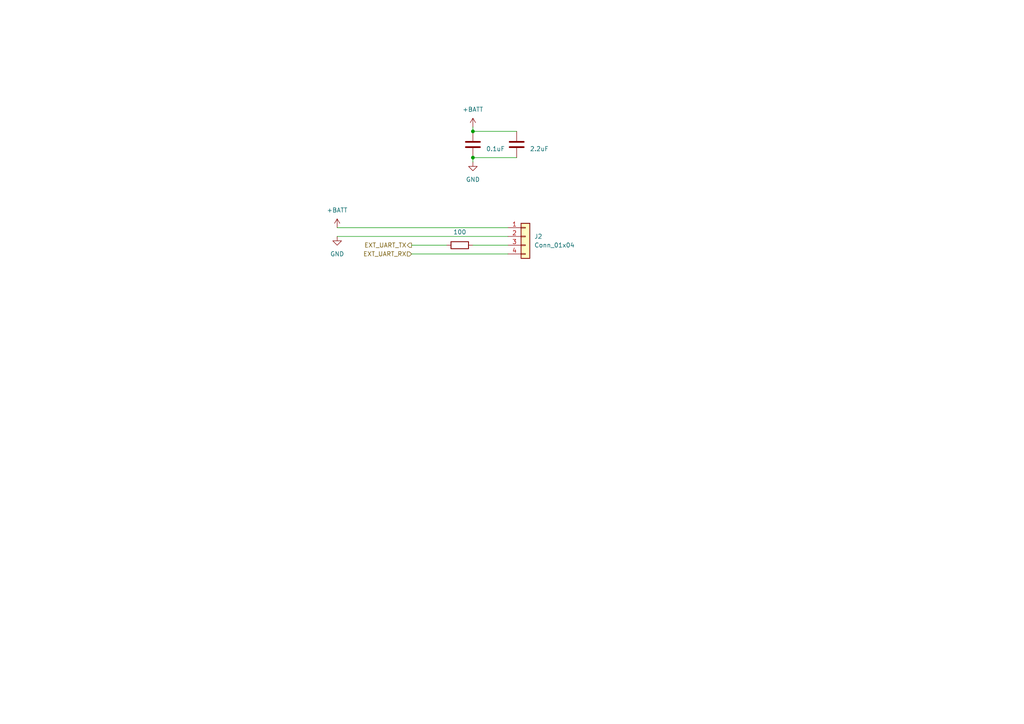
<source format=kicad_sch>
(kicad_sch (version 20230121) (generator eeschema)
  (paper "A4")
  (lib_symbols
    (symbol "Connector_Generic:Conn_01x04" (pin_names (offset 1.016) hide)
      (property "Reference" "J" (at 0 5.08 0))
      (property "Value" "Conn_01x04" (at 0 -7.62 0))
      (symbol "Conn_01x04_1_1"
        (rectangle (start -1.27 -4.953) (end 0 -5.207) (stroke (width 0.1524)))
        (rectangle (start -1.27 -2.413) (end 0 -2.667) (stroke (width 0.1524)))
        (rectangle (start -1.27 0.127) (end 0 -0.127) (stroke (width 0.1524)))
        (rectangle (start -1.27 2.667) (end 0 2.413) (stroke (width 0.1524)))
        (rectangle (start -1.27 3.81) (end 1.27 -6.35) (stroke (width 0.254)) (fill (type background)))
        (pin passive line (at -5.08 2.54 0) (length 3.81) (name "Pin_1") (number "1"))
        (pin passive line (at -5.08 0 0) (length 3.81) (name "Pin_2") (number "2"))
        (pin passive line (at -5.08 -2.54 0) (length 3.81) (name "Pin_3") (number "3"))
        (pin passive line (at -5.08 -5.08 0) (length 3.81) (name "Pin_4") (number "4"))
      )
    )
    (symbol "Device:C" (pin_numbers hide) (pin_names (offset 0.254))
      (property "Reference" "C" (at 0.635 2.54 0))
      (property "Value" "C" (at 0.635 -2.54 0))
      (symbol "C_0_1"
        (polyline (pts (xy -2.032 -0.762) (xy 2.032 -0.762)) (stroke (width 0.508)))
        (polyline (pts (xy -2.032 0.762) (xy 2.032 0.762)) (stroke (width 0.508)))
      )
      (symbol "C_1_1"
        (pin passive line (at 0 3.81 270) (length 2.794) (name "~") (number "1"))
        (pin passive line (at 0 -3.81 90) (length 2.794) (name "~") (number "2"))
      )
    )
    (symbol "Device:R" (pin_numbers hide) (pin_names (offset 0))
      (property "Reference" "R" (at 2.032 0 90))
      (property "Value" "R" (at 0 0 90))
      (symbol "R_0_1"
        (rectangle (start -1.016 -2.54) (end 1.016 2.54) (stroke (width 0.254)))
      )
      (symbol "R_1_1"
        (pin passive line (at 0 3.81 270) (length 1.27) (name "~") (number "1"))
        (pin passive line (at 0 -3.81 90) (length 1.27) (name "~") (number "2"))
      )
    )
    (symbol "power:+BATT" (power) (pin_names (offset 0))
      (property "Value" "+BATT" (at 0 3.556 0))
      (symbol "+BATT_0_1"
        (polyline (pts (xy -0.762 1.27) (xy 0 2.54)))
        (polyline (pts (xy 0 0) (xy 0 2.54)))
        (polyline (pts (xy 0 2.54) (xy 0.762 1.27)))
      )
      (symbol "+BATT_1_1"
        (pin power_in line (at 0 0 90) (length 0) hide (name "+BATT") (number "1"))
      )
    )
    (symbol "power:GND" (power) (pin_names (offset 0))
      (property "Value" "GND" (at 0 -3.81 0))
      (symbol "GND_0_1"
        (polyline (pts (xy 0 0) (xy 0 -1.27) (xy 1.27 -1.27) (xy 0 -2.54) (xy -1.27 -1.27) (xy 0 -1.27)))
      )
      (symbol "GND_1_1"
        (pin power_in line (at 0 0 270) (length 0) hide (name "GND") (number "1"))
      )
    )
  )
  (junction (at 137.16 45.72))
  (junction (at 137.16 38.1))
  (wire (pts (xy 97.79 68.58) (xy 147.32 68.58)))
  (wire (pts (xy 137.16 45.72) (xy 149.86 45.72)))
  (wire (pts (xy 137.16 45.72) (xy 137.16 46.99)))
  (wire (pts (xy 137.16 36.83) (xy 137.16 38.1)))
  (wire (pts (xy 119.38 73.66) (xy 147.32 73.66)))
  (wire (pts (xy 137.16 71.12) (xy 147.32 71.12)))
  (wire (pts (xy 137.16 38.1) (xy 149.86 38.1)))
  (wire (pts (xy 119.38 71.12) (xy 129.54 71.12)))
  (wire (pts (xy 97.79 66.04) (xy 147.32 66.04)))
  (hierarchical_label "EXT_UART_RX" (shape input) (at 119.38 73.66 180))
  (hierarchical_label "EXT_UART_TX" (shape output) (at 119.38 71.12 180))
  (symbol (lib_id "power:GND") (at 97.79 68.58 0) (unit 1)
    (property "Reference" "#PWR09" (effects hide))
    (property "Value" "GND" (at 97.79 73.66 0))
  )
  (symbol (lib_id "power:GND") (at 137.16 46.99 0) (unit 1)
    (property "Reference" "#PWR035" (effects hide))
    (property "Value" "GND" (at 137.16 52.07 0))
  )
  (symbol (lib_id "Device:R") (at 133.35 71.12 270) (unit 1)
    (property "Reference" "R20" (effects hide))
    (property "Value" "100" (at 133.35 67.31 90))
    (property "Footprint" "Resistor_SMD:R_0603_1608Metric" (effects hide))
  )
  (symbol (lib_id "Device:C") (at 137.16 41.91 0) (unit 1)
    (property "Reference" "C13" (effects hide))
    (property "Value" "0.1uF" (at 140.97 43.18 0) (effects (justify left)))
    (property "Footprint" "Capacitor_SMD:C_0603_1608Metric" (effects hide))
  )
  (symbol (lib_id "power:+BATT") (at 137.16 36.83 0) (unit 1)
    (property "Reference" "#PWR034" (effects hide))
    (property "Value" "+BATT" (at 137.16 31.75 0))
  )
  (symbol (lib_id "Connector_Generic:Conn_01x04") (at 152.4 68.58 0) (unit 1)
    (property "Reference" "J2" (at 154.94 68.58 0) (effects (justify left)))
    (property "Value" "Conn_01x04" (at 154.94 71.12 0) (effects (justify left)))
    (property "Footprint" "Connector_PinHeader_2.54mm:PinHeader_1x04_P2.54mm_Vertical" (effects hide))
  )
  (symbol (lib_id "Device:C") (at 149.86 41.91 0) (unit 1)
    (property "Reference" "C18" (effects hide))
    (property "Value" "2.2uF" (at 153.67 43.18 0) (effects (justify left)))
    (property "Footprint" "Capacitor_SMD:C_0603_1608Metric" (effects hide))
  )
  (symbol (lib_id "power:+BATT") (at 97.79 66.04 0) (unit 1)
    (property "Reference" "#PWR08" (effects hide))
    (property "Value" "+BATT" (at 97.79 60.96 0))
  )
)
</source>
